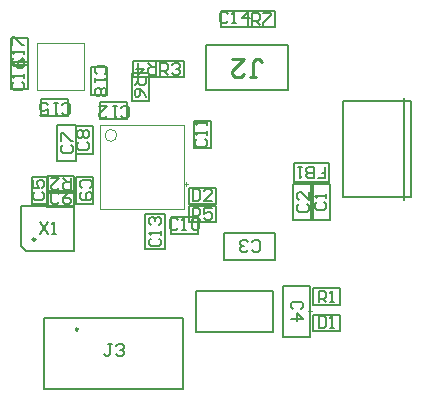
<source format=gbr>
%TF.GenerationSoftware,Altium Limited,Altium Designer,24.4.1 (13)*%
G04 Layer_Color=16711935*
%FSLAX45Y45*%
%MOMM*%
%TF.SameCoordinates,9860FC65-6E59-49BE-95FE-00A45DA03842*%
%TF.FilePolarity,Positive*%
%TF.FileFunction,Other,Top_3D_Body*%
%TF.Part,Single*%
G01*
G75*
%TA.AperFunction,NonConductor*%
%ADD14C,0.25400*%
%ADD49C,0.25000*%
%ADD50C,0.20000*%
%ADD51C,0.17500*%
%ADD76C,0.10000*%
%ADD77C,0.15000*%
D14*
X373681Y1210000D02*
G03*
X373681Y1210000I-11180J0D01*
G01*
X2189892Y2585324D02*
X2240675D01*
X2215284D01*
Y2712283D01*
X2240675Y2737675D01*
X2266067D01*
X2291459Y2712283D01*
X2037541Y2737675D02*
X2139108D01*
X2037541Y2636108D01*
Y2610716D01*
X2062933Y2585324D01*
X2113716D01*
X2139108Y2610716D01*
D49*
X735000Y450000D02*
G03*
X735000Y450000I-10000J0D01*
G01*
D50*
X3492500Y1545000D02*
Y2405000D01*
X2977500Y1570500D02*
X3550500D01*
Y2379500D01*
X2977500D02*
X3550500D01*
X2977500Y1570500D02*
Y2379500D01*
X1737250Y775250D02*
X2387750D01*
X1737250Y424750D02*
Y775250D01*
Y424750D02*
X2387750D01*
Y775250D01*
X450000Y140000D02*
Y540000D01*
X1625000D01*
Y-60000D02*
Y540000D01*
X450000Y-60000D02*
X1625000D01*
X450000D02*
Y140000D01*
D51*
X482500Y1510000D02*
Y1740000D01*
X342500D02*
X482500D01*
X342500Y1510000D02*
Y1740000D01*
Y1510000D02*
X482500D01*
X1672500Y1355000D02*
X1902500D01*
Y1495000D01*
X1672500D02*
X1902500D01*
X1672500Y1355000D02*
Y1495000D01*
X472500Y1480000D02*
Y1620000D01*
X702501D01*
Y1480000D02*
Y1620000D01*
X472500Y1480000D02*
X702501D01*
X717500Y1740000D02*
X857500D01*
Y1510000D02*
Y1740000D01*
X717500Y1510000D02*
X857500D01*
X717500D02*
Y1740000D01*
X2514500Y2471500D02*
Y2851500D01*
X1814500D02*
X2514500D01*
X1814500Y2471500D02*
Y2851500D01*
Y2471500D02*
X2514500D01*
X842500Y2665000D02*
X982500D01*
Y2435000D02*
Y2665000D01*
X842500Y2435000D02*
X982500D01*
X842500D02*
Y2665000D01*
X652500Y2255000D02*
Y2395000D01*
X422500Y2255000D02*
X652500D01*
X422500D02*
Y2395000D01*
X652500D01*
X167500Y2685000D02*
X307500D01*
X167500D02*
Y2915000D01*
X307500D01*
Y2685000D02*
Y2915000D01*
X167500Y2485000D02*
X307500D01*
X167500D02*
Y2715000D01*
X307500D01*
Y2485000D02*
Y2715000D01*
X702501Y1605000D02*
Y1745000D01*
X472500Y1605000D02*
X702501D01*
X472500D02*
Y1745000D01*
X702501D01*
X2862500Y1692500D02*
Y1857500D01*
X2562500Y1692500D02*
X2862500D01*
X2562500D02*
Y1857500D01*
X2862500D01*
X2722500Y430000D02*
X2952500D01*
Y570000D01*
X2722500D02*
X2952500D01*
X2722500Y430000D02*
Y570000D01*
X2720000Y1375000D02*
Y1675000D01*
X2555000D02*
X2720000D01*
X2555000Y1375000D02*
Y1675000D01*
Y1375000D02*
X2720000D01*
X2870000D02*
Y1675000D01*
X2705000D02*
X2870000D01*
X2705000Y1375000D02*
Y1675000D01*
Y1375000D02*
X2870000D01*
X2473200Y384100D02*
Y815900D01*
Y384100D02*
X2701800D01*
Y815900D01*
X2473200D02*
X2701800D01*
X2722500Y655000D02*
Y795000D01*
X2952500D01*
Y655000D02*
Y795000D01*
X2722500Y655000D02*
X2952500D01*
X1971600Y1264300D02*
X2403400D01*
X1971600Y1035700D02*
Y1264300D01*
Y1035700D02*
X2403400D01*
Y1264300D01*
X1427500Y2580000D02*
Y2720000D01*
X1197500Y2580000D02*
X1427500D01*
X1197500D02*
Y2720000D01*
X1427500D01*
X1397500Y2580000D02*
Y2720000D01*
X1627500D01*
Y2580000D02*
Y2720000D01*
X1397500Y2580000D02*
X1627500D01*
X1672500Y1505000D02*
Y1645000D01*
X1902500D01*
Y1505000D02*
Y1645000D01*
X1672500Y1505000D02*
X1902500D01*
X2172500Y3005000D02*
Y3145000D01*
X2402500D01*
Y3005000D02*
Y3145000D01*
X2172500Y3005000D02*
X2402500D01*
X255001Y1149999D02*
Y1495255D01*
Y1149999D02*
X290000Y1115000D01*
X697245D01*
Y1495255D01*
X255001D02*
X524745D01*
X429745D02*
X697245D01*
X1947500Y3005000D02*
Y3145000D01*
X2177500D01*
Y3005000D02*
Y3145000D01*
X1947500Y3005000D02*
X2177500D01*
X1192500Y2615000D02*
X1332500D01*
Y2385000D02*
Y2615000D01*
X1192500Y2385000D02*
X1332500D01*
X1192500D02*
Y2615000D01*
X1470000Y1125000D02*
Y1425000D01*
X1305000D02*
X1470000D01*
X1305000Y1125000D02*
Y1425000D01*
Y1125000D02*
X1470000D01*
X1152500Y2230000D02*
Y2370000D01*
X922500Y2230000D02*
X1152500D01*
X922500D02*
Y2370000D01*
X1152500D01*
X1717500Y1985000D02*
X1857500D01*
X1717500D02*
Y2215000D01*
X1857500D01*
Y1985000D02*
Y2215000D01*
X1522500Y1255000D02*
Y1395000D01*
X1752500D01*
Y1255000D02*
Y1395000D01*
X1522500Y1255000D02*
X1752500D01*
X717500Y1935000D02*
X857500D01*
X717500D02*
Y2165000D01*
X857500D01*
Y1935000D02*
Y2165000D01*
X720000Y1875000D02*
Y2175000D01*
X555000D02*
X720000D01*
X555000Y1875000D02*
Y2175000D01*
Y1875000D02*
X720000D01*
X1020839Y324984D02*
X987516D01*
X1004178D01*
Y241677D01*
X987516Y225016D01*
X970855D01*
X954194Y241677D01*
X1054161Y308322D02*
X1070823Y324984D01*
X1104145D01*
X1120806Y308322D01*
Y291661D01*
X1104145Y275000D01*
X1087484D01*
X1104145D01*
X1120806Y258339D01*
Y241677D01*
X1104145Y225016D01*
X1070823D01*
X1054161Y241677D01*
D76*
X1062500Y2090000D02*
G03*
X1062500Y2090000I-50000J0D01*
G01*
X922500Y1470000D02*
X1632500D01*
X922500Y2180000D02*
X1632500D01*
Y1470000D02*
Y2180000D01*
X922500Y1470000D02*
Y2180000D01*
X387500Y2475000D02*
X787500D01*
X387500D02*
Y2875000D01*
X787500D01*
Y2475000D02*
Y2875000D01*
X1630839Y1675000D02*
X1664162D01*
X1647500Y1691661D02*
Y1658339D01*
X2680839Y600000D02*
X2714161D01*
X2697500Y616661D02*
Y583339D01*
D77*
X366477Y1608338D02*
X349816Y1591677D01*
Y1558355D01*
X366477Y1541693D01*
X433122D01*
X449784Y1558355D01*
Y1591677D01*
X433122Y1608338D01*
X349816Y1708306D02*
Y1641661D01*
X399800D01*
X383139Y1674984D01*
Y1691645D01*
X399800Y1708306D01*
X433122D01*
X449784Y1691645D01*
Y1658323D01*
X433122Y1641661D01*
X1704194Y1375016D02*
Y1474984D01*
X1754178D01*
X1770839Y1458322D01*
Y1425000D01*
X1754178Y1408339D01*
X1704194D01*
X1737516D02*
X1770839Y1375016D01*
X1870807Y1474984D02*
X1804161D01*
Y1425000D01*
X1837484Y1441661D01*
X1854145D01*
X1870807Y1425000D01*
Y1391677D01*
X1854145Y1375016D01*
X1820823D01*
X1804161Y1391677D01*
X570839Y1596022D02*
X554178Y1612684D01*
X520855D01*
X504194Y1596022D01*
Y1529377D01*
X520855Y1512716D01*
X554178D01*
X570839Y1529377D01*
X670807Y1612684D02*
X637484Y1596022D01*
X604162Y1562700D01*
Y1529377D01*
X620823Y1512716D01*
X654146D01*
X670807Y1529377D01*
Y1546039D01*
X654146Y1562700D01*
X604162D01*
X833523Y1641661D02*
X850184Y1658322D01*
Y1691645D01*
X833523Y1708306D01*
X766878D01*
X750216Y1691645D01*
Y1658322D01*
X766878Y1641661D01*
Y1608338D02*
X750216Y1591677D01*
Y1558355D01*
X766878Y1541693D01*
X833523D01*
X850184Y1558355D01*
Y1591677D01*
X833523Y1608338D01*
X816861D01*
X800200Y1591677D01*
Y1541693D01*
X958522Y2608314D02*
X975183Y2624975D01*
Y2658298D01*
X958522Y2674959D01*
X891877D01*
X875216Y2658298D01*
Y2624975D01*
X891877Y2608314D01*
X875216Y2574992D02*
Y2541669D01*
Y2558330D01*
X975183D01*
X958522Y2574992D01*
Y2491685D02*
X975183Y2475024D01*
Y2441701D01*
X958522Y2425040D01*
X941861D01*
X925200Y2441701D01*
X908538Y2425040D01*
X891877D01*
X875216Y2441701D01*
Y2475024D01*
X891877Y2491685D01*
X908538D01*
X925200Y2475024D01*
X941861Y2491685D01*
X958522D01*
X925200Y2475024D02*
Y2441701D01*
X595814Y2278977D02*
X612476Y2262316D01*
X645798D01*
X662459Y2278977D01*
Y2345622D01*
X645798Y2362284D01*
X612476D01*
X595814Y2345622D01*
X562492Y2362284D02*
X529169D01*
X545830D01*
Y2262316D01*
X562492Y2278977D01*
X412540Y2262316D02*
X479185D01*
Y2312300D01*
X445863Y2295639D01*
X429201D01*
X412540Y2312300D01*
Y2345622D01*
X429201Y2362284D01*
X462524D01*
X479185Y2345622D01*
X191477Y2741685D02*
X174816Y2725024D01*
Y2691702D01*
X191477Y2675040D01*
X258122D01*
X274784Y2691702D01*
Y2725024D01*
X258122Y2741685D01*
X274784Y2775008D02*
Y2808331D01*
Y2791670D01*
X174816D01*
X191477Y2775008D01*
X174816Y2858315D02*
Y2924960D01*
X191477D01*
X258122Y2858315D01*
X274784D01*
X191477Y2541686D02*
X174816Y2525024D01*
Y2491702D01*
X191477Y2475041D01*
X258122D01*
X274784Y2491702D01*
Y2525024D01*
X258122Y2541686D01*
X274784Y2575008D02*
Y2608331D01*
Y2591670D01*
X174816D01*
X191477Y2575008D01*
X174816Y2724960D02*
X191477Y2691637D01*
X224800Y2658315D01*
X258122D01*
X274784Y2674976D01*
Y2708299D01*
X258122Y2724960D01*
X241461D01*
X224800Y2708299D01*
Y2658315D01*
X670807Y1724983D02*
Y1625016D01*
X620823D01*
X604162Y1641677D01*
Y1674999D01*
X620823Y1691661D01*
X670807D01*
X637484D02*
X604162Y1724983D01*
X504194D02*
X570839D01*
X504194Y1658338D01*
Y1641677D01*
X520855Y1625016D01*
X554178D01*
X570839Y1641677D01*
X2762484Y1725016D02*
X2829129D01*
Y1775000D01*
X2795806D01*
X2829129D01*
Y1824984D01*
X2729161Y1725016D02*
Y1824984D01*
X2679177D01*
X2662516Y1808323D01*
Y1791661D01*
X2679177Y1775000D01*
X2729161D01*
X2679177D01*
X2662516Y1758339D01*
Y1741677D01*
X2679177Y1725016D01*
X2729161D01*
X2629193Y1824984D02*
X2595871D01*
X2612532D01*
Y1725016D01*
X2629193Y1741677D01*
X2770855Y562684D02*
Y462716D01*
X2820839D01*
X2837500Y479378D01*
Y546023D01*
X2820839Y562684D01*
X2770855D01*
X2870823Y462716D02*
X2904145D01*
X2887484D01*
Y562684D01*
X2870823Y546023D01*
X2604177Y1508339D02*
X2587516Y1491677D01*
Y1458355D01*
X2604177Y1441694D01*
X2670822D01*
X2687483Y1458355D01*
Y1491677D01*
X2670822Y1508339D01*
X2687483Y1608306D02*
Y1541661D01*
X2620838Y1608306D01*
X2604177D01*
X2587516Y1591645D01*
Y1558323D01*
X2604177Y1541661D01*
X2754177Y1525000D02*
X2737516Y1508339D01*
Y1475016D01*
X2754177Y1458355D01*
X2820822D01*
X2837484Y1475016D01*
Y1508339D01*
X2820822Y1525000D01*
X2837484Y1558323D02*
Y1591645D01*
Y1574984D01*
X2737516D01*
X2754177Y1558323D01*
X2620823Y616661D02*
X2637484Y633322D01*
Y666645D01*
X2620823Y683306D01*
X2554178D01*
X2537516Y666645D01*
Y633322D01*
X2554178Y616661D01*
X2537516Y533354D02*
X2637484D01*
X2587500Y583338D01*
Y516693D01*
X2770855Y675016D02*
Y774984D01*
X2820839D01*
X2837500Y758323D01*
Y725000D01*
X2820839Y708339D01*
X2770855D01*
X2804178D02*
X2837500Y675016D01*
X2870823D02*
X2904145D01*
X2887484D01*
Y774984D01*
X2870823Y758323D01*
X2204161Y1116677D02*
X2220822Y1100016D01*
X2254145D01*
X2270806Y1116677D01*
Y1183323D01*
X2254145Y1199984D01*
X2220822D01*
X2204161Y1183323D01*
X2170838Y1116677D02*
X2154177Y1100016D01*
X2120854D01*
X2104193Y1116677D01*
Y1133339D01*
X2120854Y1150000D01*
X2137516D01*
X2120854D01*
X2104193Y1166661D01*
Y1183323D01*
X2120854Y1199984D01*
X2154177D01*
X2170838Y1183323D01*
X1395807Y2699984D02*
Y2600016D01*
X1345823D01*
X1329162Y2616678D01*
Y2650000D01*
X1345823Y2666661D01*
X1395807D01*
X1362484D02*
X1329162Y2699984D01*
X1245855D02*
Y2600016D01*
X1295839Y2650000D01*
X1229194D01*
X1429194Y2600016D02*
Y2699984D01*
X1479178D01*
X1495839Y2683323D01*
Y2650000D01*
X1479178Y2633339D01*
X1429194D01*
X1462516D02*
X1495839Y2600016D01*
X1529162Y2683323D02*
X1545823Y2699984D01*
X1579145D01*
X1595807Y2683323D01*
Y2666661D01*
X1579145Y2650000D01*
X1562484D01*
X1579145D01*
X1595807Y2633339D01*
Y2616678D01*
X1579145Y2600016D01*
X1545823D01*
X1529162Y2616678D01*
X1704194Y1637684D02*
Y1537716D01*
X1754178D01*
X1770839Y1554377D01*
Y1621022D01*
X1754178Y1637684D01*
X1704194D01*
X1870807Y1537716D02*
X1804161D01*
X1870807Y1604361D01*
Y1621022D01*
X1854145Y1637684D01*
X1820823D01*
X1804161Y1621022D01*
X2204193Y3025016D02*
Y3124984D01*
X2254177D01*
X2270838Y3108322D01*
Y3075000D01*
X2254177Y3058339D01*
X2204193D01*
X2237516D02*
X2270838Y3025016D01*
X2304161Y3124984D02*
X2370806D01*
Y3108322D01*
X2304161Y3041677D01*
Y3025016D01*
X410855Y1354984D02*
X477500Y1255016D01*
Y1354984D02*
X410855Y1255016D01*
X510823D02*
X544146D01*
X527485D01*
Y1354984D01*
X510823Y1338322D01*
X2004185Y3121022D02*
X1987524Y3137684D01*
X1954202D01*
X1937540Y3121022D01*
Y3054377D01*
X1954202Y3037716D01*
X1987524D01*
X2004185Y3054377D01*
X2037508Y3037716D02*
X2070831D01*
X2054169D01*
Y3137684D01*
X2037508Y3121022D01*
X2170798Y3037716D02*
Y3137684D01*
X2120814Y3087700D01*
X2187459D01*
X1212516Y2583306D02*
X1312484D01*
Y2533323D01*
X1295823Y2516661D01*
X1262500D01*
X1245839Y2533323D01*
Y2583306D01*
Y2549984D02*
X1212516Y2516661D01*
X1312484Y2416694D02*
X1295823Y2450016D01*
X1262500Y2483339D01*
X1229178D01*
X1212516Y2466677D01*
Y2433355D01*
X1229178Y2416694D01*
X1245839D01*
X1262500Y2433355D01*
Y2483339D01*
X1354178Y1216685D02*
X1337516Y1200024D01*
Y1166702D01*
X1354178Y1150040D01*
X1420823D01*
X1437484Y1166702D01*
Y1200024D01*
X1420823Y1216685D01*
X1437484Y1250008D02*
Y1283331D01*
Y1266670D01*
X1337516D01*
X1354178Y1250008D01*
Y1333315D02*
X1337516Y1349976D01*
Y1383298D01*
X1354178Y1399960D01*
X1370839D01*
X1387500Y1383298D01*
Y1366637D01*
Y1383298D01*
X1404162Y1399960D01*
X1420823D01*
X1437484Y1383298D01*
Y1349976D01*
X1420823Y1333315D01*
X1095814Y2253977D02*
X1112475Y2237316D01*
X1145798D01*
X1162459Y2253977D01*
Y2320622D01*
X1145798Y2337283D01*
X1112475D01*
X1095814Y2320622D01*
X1062491Y2337283D02*
X1029169D01*
X1045830D01*
Y2237316D01*
X1062491Y2253977D01*
X912540Y2337283D02*
X979185D01*
X912540Y2270638D01*
Y2253977D01*
X929201Y2237316D01*
X962524D01*
X979185Y2253977D01*
X1741477Y2058346D02*
X1724816Y2041685D01*
Y2008363D01*
X1741477Y1991701D01*
X1808122D01*
X1824784Y2008363D01*
Y2041685D01*
X1808122Y2058346D01*
X1824784Y2091669D02*
Y2124992D01*
Y2108331D01*
X1724816D01*
X1741477Y2091669D01*
X1824784Y2174976D02*
Y2208298D01*
Y2191637D01*
X1724816D01*
X1741477Y2174976D01*
X1579186Y1371022D02*
X1562524Y1387684D01*
X1529202D01*
X1512541Y1371022D01*
Y1304377D01*
X1529202Y1287716D01*
X1562524D01*
X1579186Y1304377D01*
X1612508Y1287716D02*
X1645831D01*
X1629170D01*
Y1387684D01*
X1612508Y1371022D01*
X1695815D02*
X1712476Y1387684D01*
X1745799D01*
X1762460Y1371022D01*
Y1304377D01*
X1745799Y1287716D01*
X1712476D01*
X1695815Y1304377D01*
Y1371022D01*
X741477Y2033338D02*
X724816Y2016677D01*
Y1983355D01*
X741477Y1966693D01*
X808122D01*
X824784Y1983355D01*
Y2016677D01*
X808122Y2033338D01*
X741477Y2066661D02*
X724816Y2083322D01*
Y2116645D01*
X741477Y2133306D01*
X758139D01*
X774800Y2116645D01*
X791461Y2133306D01*
X808122D01*
X824784Y2116645D01*
Y2083322D01*
X808122Y2066661D01*
X791461D01*
X774800Y2083322D01*
X758139Y2066661D01*
X741477D01*
X774800Y2083322D02*
Y2116645D01*
X604177Y2008339D02*
X587516Y1991678D01*
Y1958355D01*
X604177Y1941694D01*
X670822D01*
X687484Y1958355D01*
Y1991678D01*
X670822Y2008339D01*
X587516Y2041662D02*
Y2108307D01*
X604177D01*
X670822Y2041662D01*
X687484D01*
%TF.MD5,7d5960b7def43731bd88710e94cc580e*%
M02*

</source>
